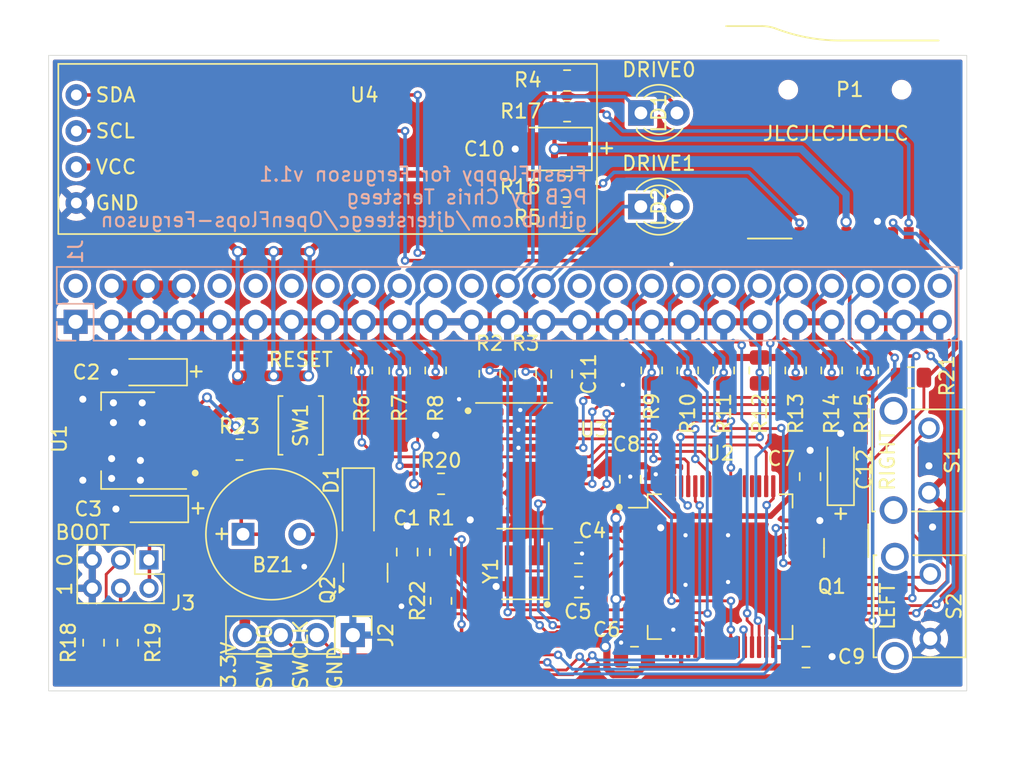
<source format=kicad_pcb>
(kicad_pcb (version 20240108) (generator "pcbnew") (generator_version "8.0")
  (title_block (title "OpenFlops Ferguson") (date "2025-01-10") (rev "1.1") (company "SukkoPera / Chris Tersteeg") (comment 1 "Licensed under CERN OHL v.1.2"))
  (layers (0 "F.Cu" signal) (31 "B.Cu" signal) (34 "B.Paste" user) (35 "F.Paste" user) (36 "B.SilkS" user "B.Silkscreen") (37 "F.SilkS" user "F.Silkscreen") (38 "B.Mask" user) (39 "F.Mask" user) (44 "Edge.Cuts" user))
  (net 0 "")
  (net 1 "GND")
  (net 2 "/nrst")
  (net 3 "+3V3")
  (net 4 "+5V")
  (net 5 "/disp_clk")
  (net 6 "/disp_dio")
  (net 7 "/~{index}")
  (net 8 "/~{sel0}")
  (net 9 "/~{sel1}")
  (net 10 "/~{mtron}")
  (net 11 "/dir")
  (net 12 "/~{step}")
  (net 13 "/~{wdata}")
  (net 14 "/~{wgate}")
  (net 15 "/~{trk0}")
  (net 16 "/~{wprot}")
  (net 17 "/~{rdata}")
  (net 18 "/~{side}")
  (net 19 "/~{rdy}")
  (net 20 "/rx")
  (net 21 "/tx")
  (net 22 "/boot0")
  (net 23 "/ja")
  (net 24 "/jb")
  (net 25 "/jc")
  (net 26 "/usb+")
  (net 27 "/usb-")
  (net 28 "/~{index_3v3}")
  (net 29 "/~{trk0_3v3}")
  (net 30 "/~{wprot_3v3}")
  (net 31 "/~{rdy_3v3}")
  (net 32 "/~{rdata_3v3}")
  (net 33 "/~{dskchg_3v3}")
  (net 34 "Net-(U2-PD0)")
  (net 35 "Net-(U2-PD1)")
  (net 36 "/enc_dt")
  (net 37 "/enc_clk")
  (net 38 "/~{sel2}")
  (net 39 "/boot1")
  (net 43 "/~{sel3}")
  (net 46 "Net-(LD1-A)")
  (net 47 "Net-(LD2-A)")
  (net 48 "Net-(P1-DAT2)")
  (net 49 "/spi_cs")
  (net 50 "/spi_di")
  (net 51 "/spi_clk")
  (net 52 "/spi_do")
  (net 53 "Net-(P1-DAT1)")
  (net 54 "/cd")
  (net 55 "Net-(U2-PC7)")
  (net 56 "Net-(U2-PC8)")
  (net 66 "/swclk")
  (net 72 "/swdio")
  (net 73 "Net-(J3-Pin_3)")
  (net 74 "Net-(J3-Pin_4)")
  (net 76 "Net-(R20-Pad2)")
  (net 77 "/cd_socket")
  (net 78 "Net-(BZ1-+)")
  (net 79 "Net-(BZ1--)")
  (net 80 "Net-(Q2-B)")
  (footprint "Package_TO_SOT_SMD:SOT-23" (layer "F.Cu") (at 176.53 113.9975 -90)
    (property "Reference" "Q1")
    (property "Value" "BSS138")
  )
  (footprint "Capacitor_SMD:C_0805_2012Metric" (layer "F.Cu") (at 161.3 109.15 90)
    (property "Reference" "C8")
    (property "Value" "100n")
  )
  (footprint "Package_SO:SOIC-14_3.9x8.7mm_P1.27mm" (layer "F.Cu") (at 153.859 108.204)
    (property "Reference" "U3")
    (property "Value" "74LS07")
  )
  (footprint "Capacitor_SMD:C_0805_2012Metric" (layer "F.Cu") (at 157.65 114.348)
    (property "Reference" "C4")
    (property "Value" "22p")
  )
  (footprint "Capacitor_Tantalum_SMD:CP_EIA-3216-12_Kemet-S_Pad1.58x1.35mm_HandSolder" (layer "F.Cu") (at 127.5485 101.6 180)
    (property "Reference" "C2")
    (property "Value" "22uf")
  )
  (footprint "Buzzer_Beeper:MagneticBuzzer_PUI_AT-0927-TT-6-R" (layer "F.Cu") (at 133.985 113.03)
    (property "Reference" "BZ1")
    (property "Value" "Buzzer")
  )
  (footprint "Resistor_SMD:R_0805_2012Metric" (layer "F.Cu") (at 162.814 101.473 -90)
    (property "Reference" "R9")
    (property "Value" "1K")
  )
  (footprint "Package_TO_SOT_SMD:SOT-223-3_TabPin2" (layer "F.Cu") (at 125.882 106.426 180)
    (property "Reference" "U1")
    (property "Value" "LM1117-3.3")
  )
  (footprint "Resistor_SMD:R_0805_2012Metric" (layer "F.Cu") (at 151.384 101.711 -90)
    (property "Reference" "R2")
    (property "Value" "1k")
  )
  (footprint "Resistor_SMD:R_0805_2012Metric" (layer "F.Cu") (at 123.444 120.682 90)
    (property "Reference" "R18")
    (property "Value" "10K")
  )
  (footprint "Resistor_SMD:R_0805_2012Metric" (layer "F.Cu") (at 156.8215 88.519)
    (property "Reference" "R16")
    (property "Value" "10K")
  )
  (footprint "Resistor_SMD:R_0805_2012Metric" (layer "F.Cu") (at 170.434 101.473 -90)
    (property "Reference" "R12")
    (property "Value" "1K")
  )
  (footprint "Capacitor_SMD:C_0805_2012Metric" (layer "F.Cu") (at 173.99 108.966 90)
    (property "Reference" "C7")
    (property "Value" "100n")
  )
  (footprint "Resistor_SMD:R_0805_2012Metric" (layer "F.Cu") (at 167.894 101.473 -90)
    (property "Reference" "R11")
    (property "Value" "1K")
  )
  (footprint "Capacitor_SMD:C_0805_2012Metric" (layer "F.Cu") (at 161.6 121.7 180)
    (property "Reference" "C6")
    (property "Value" "100n")
  )
  (footprint "Capacitor_SMD:C_0805_2012Metric" (layer "F.Cu") (at 157.65 116.761)
    (property "Reference" "C5")
    (property "Value" "22p")
  )
  (footprint "Resistor_SMD:R_0805_2012Metric" (layer "F.Cu") (at 156.845 83.185)
    (property "Reference" "R17")
    (property "Value" "10K")
  )
  (footprint "Capacitor_SMD:C_0805_2012Metric" (layer "F.Cu") (at 145.5632 114.2875 90)
    (property "Reference" "C1")
    (property "Value" "100n")
  )
  (footprint "Capacitor_SMD:C_0805_2012Metric" (layer "F.Cu") (at 156.464 101.727 90)
    (property "Reference" "C11")
    (property "Value" "100n")
  )
  (footprint "Resistor_SMD:R_0805_2012Metric" (layer "F.Cu") (at 165.354 101.473 -90)
    (property "Reference" "R10")
    (property "Value" "1K")
  )
  (footprint "Capacitor_Tantalum_SMD:CP_EIA-3216-12_Kemet-S_Pad1.58x1.35mm_HandSolder" (layer "F.Cu") (at 127.635 111.252 180)
    (property "Reference" "C3")
    (property "Value" "22uf")
  )
  (footprint "Capacitor_Tantalum_SMD:CP_EIA-3216-12_Kemet-S_Pad1.58x1.35mm_HandSolder" (layer "F.Cu") (at 176.149 108.4985 90)
    (property "Reference" "C12")
    (property "Value" "22uf")
  )
  (footprint "OpenFlops:PUSH_BUTTON_RIGHT_ANGLE" (layer "F.Cu") (at 182.372 107.823 90)
    (property "Reference" "S1")
    (property "Value" "RIGHT")
  )
  (footprint "Connector_PinHeader_2.54mm:PinHeader_1x04_P2.54mm_Vertical" (layer "F.Cu") (at 141.732 120.142 -90)
    (property "Reference" "J2")
    (property "Value" "SWD")
  )
  (footprint "Resistor_SMD:R_0805_2012Metric" (layer "F.Cu") (at 142.367 101.473 -90)
    (property "Reference" "R6")
    (property "Value" "1K")
  )
  (footprint "Resistor_SMD:R_0805_2012Metric" (layer "F.Cu") (at 147.955 117.729 -90)
    (property "Reference" "R22")
    (property "Value" "1K")
  )
  (footprint "LED_THT:LED_D3.0mm" (layer "F.Cu") (at 162.052 83.312)
    (property "Reference" "LD1")
    (property "Value" "DRIVE0")
  )
  (footprint "Resistor_SMD:R_0805_2012Metric" (layer "F.Cu") (at 178.054 101.473 -90)
    (property "Reference" "R15")
    (property "Value" "1K")
  )
  (footprint "Resistor_SMD:R_0805_2012Metric" (layer "F.Cu") (at 147.955 109.474)
    (property "Reference" "R20")
    (property "Value" "10K")
  )
  (footprint "Package_TO_SOT_SMD:SOT-23" (layer "F.Cu") (at 142.621 115.7455 90)
    (property "Reference" "Q2")
    (property "Value" "MMBT3904")
  )
  (footprint "Button_Switch_SMD:SW_Push_SPST_NO_Alps_SKRK" (layer "F.Cu") (at 138.049 105.351 90)
    (property "Reference" "SW1")
    (property "Value" "RESET")
  )
  (footprint "Capacitor_SMD:C_0805_2012Metric" (layer "F.Cu") (at 173.7 121.7)
    (property "Reference" "C9")
    (property "Value" "100n")
  )
  (footprint "Resistor_SMD:R_0805_2012Metric" (layer "F.Cu") (at 156.845 81.026 180)
    (property "Reference" "R4")
    (property "Value" "1k")
  )
  (footprint "Resistor_SMD:R_0805_2012Metric" (layer "F.Cu") (at 172.974 101.473 -90)
    (property "Reference" "R13")
    (property "Value" "1K")
  )
  (footprint "Resistor_SMD:R_0805_2012Metric" (layer "F.Cu") (at 175.514 101.473 -90)
    (property "Reference" "R14")
    (property "Value" "1K")
  )
  (footprint "Resistor_SMD:R_0805_2012Metric" (layer "F.Cu") (at 133.731 107.061)
    (property "Reference" "R23")
    (property "Value" "22")
  )
  (footprint "OpenFlops:PUSH_BUTTON_RIGHT_ANGLE" (layer "F.Cu") (at 182.467 118.11 90)
    (property "Reference" "S2")
    (property "Value" "LEFT")
  )
  (footprint "Tersteeg:OLED-0.91-128x32" (layer "F.Cu") (at 122.224 82.042)
    (property "Reference" "U4")
    (property "Value" "OLED-0.91-128x32")
  )
  (footprint "Package_QFP:LQFP-64_10x10mm_P0.5mm" (layer "F.Cu") (at 167.64 115.316)
    (property "Reference" "U2")
    (property "Value" "AT32F435RGT7")
  )
  (footprint "Capacitor_Tantalum_SMD:CP_EIA-3528-12_Kemet-T_Pad1.50x2.35mm_HandSolder" (layer "F.Cu") (at 155.956 85.852 180)
    (property "Reference" "C10")
    (property "Value" "47uf")
  )
  (footprint "ST-TF-003A:SUNTECH_ST-TF-003A" (layer "F.Cu") (at 176.764 86.84 180)
    (property "Reference" "P1")
    (property "Value" "ST-TF-003A")
  )
  (footprint "Resistor_SMD:R_0805_2012Metric" (layer "F.Cu") (at 153.924 101.711 -90)
    (property "Reference" "R3")
    (property "Value" "1k")
  )
  (footprint "Resistor_SMD:R_0805_2012Metric" (layer "F.Cu") (at 156.8215 90.678 180)
    (property "Reference" "R5")
    (property "Value" "1k")
  )
  (footprint "Resistor_SMD:R_0805_2012Metric" (layer "F.Cu") (at 145.034 101.4965 -90)
    (property "Reference" "R7")
    (property "Value" "1K")
  )
  (footprint "Diode_SMD:D_MiniMELF" (layer "F.Cu") (at 142.113 111.026 -90)
    (property "Reference" "D1")
    (property "Value" "LL4148")
  )
  (footprint "LED_THT:LED_D3.0mm" (layer "F.Cu") (at 162.047 89.916)
    (property "Reference" "LD2")
    (property "Value" "DRIVE1")
  )
  (footprint "Connector_PinHeader_2.00mm:PinHeader_2x03_P2.00mm_Vertical" (layer "F.Cu") (at 127.349 114.84 -90)
    (property "Reference" "J3")
    (property "Value" "BOOT 1/0")
  )
  (footprint "Resistor_SMD:R_0805_2012Metric" (layer "F.Cu") (at 147.9 114.2875 -90)
    (property "Reference" "R1")
    (property "Value" "4k7")
  )
  (footprint "Resistor_SMD:R_0805_2012Metric" (layer "F.Cu") (at 125.857 120.682 -90)
    (property "Reference" "R19")
    (property "Value" "10K")
  )
  (footprint "Resistor_SMD:R_0805_2012Metric" (layer "F.Cu") (at 181.102 101.981)
    (property "Reference" "R21")
    (property "Value" "10K")
  )
  (footprint "Crystal:Crystal_SMD_Abracon_ABM8G-4Pin_3.2x2.5mm" (layer "F.Cu") (at 153.901 115.618 90)
    (property "Reference" "Y1")
    (property "Value" "8MHz")
  )
  (footprint "Resistor_SMD:R_0805_2012Metric" (layer "F.Cu") (at 147.574 101.473 -90)
    (property "Reference" "R8")
    (property "Value" "1K")
  )
  (footprint "Connector_PinSocket_2.54mm:PinSocket_2x25_P2.54mm_Vertical" (layer "B.Cu") (at 122.174 98.044 -90)
    (property "Reference" "J1")
    (property "Value" "Conn_02x25_Odd_Even")
  )
  (gr_circle (center 160.528 111.125) (end 160.707605 111.125) (stroke (width 0.12)) (fill solid) (layer "F.SilkS"))
  (gr_circle (center 155.448 117.983) (end 155.627605 117.983) (stroke (width 0.12)) (fill solid) (layer "F.SilkS"))
  (gr_circle (center 149.86 104.319605) (end 150.039605 104.319605) (stroke (width 0.12)) (fill solid) (layer "F.SilkS"))
  (gr_circle (center 130.608605 108.712) (end 130.78821 108.712) (stroke (width 0.12)) (fill solid) (layer "F.SilkS"))
  (gr_rect (start 120.269 79.248) (end 185.039 124.079) (stroke (width 0.05)) (fill none) (layer "Edge.Cuts"))
  (gr_text "FlashFloppy for Ferguson v1.1\nPCB by Chris Tersteeg\ngithub.com/djtersteegc/OpenFlops-Ferguson" (at 158.369 91.44 0) (layer "B.SilkS") (effects (font (size 1 1)) (justify left bottom mirror)))
  (gr_text "JLCJLCJLCJLC" (at 170.561 85.344 0) (layer "F.SilkS") (effects (font (size 1 1)) (justify left bottom)))
  (gr_text "+" (at 176.149 111.506 0) (layer "F.SilkS") (effects (font (size 1 1))))
  (gr_text "3.3V" (at 132.969 123.952 90) (layer "F.SilkS") (effects (font (size 1 1)) (justify left)))
  (gr_text "SWCLK" (at 138.049 124.079 90) (layer "F.SilkS") (effects (font (size 1 1)) (justify left)))
  (gr_text "GND" (at 140.462 124.079 90) (layer "F.SilkS") (effects (font (size 1 1)) (justify left)))
  (gr_text "1" (at 121.412 116.872 90) (layer "F.SilkS") (effects (font (size 1 1))))
  (gr_text "+" (at 159.639 85.725 0) (layer "F.SilkS") (effects (font (size 1 1))))
  (gr_text "0" (at 121.412 114.84 90) (layer "F.SilkS") (effects (font (size 1 1))))
  (gr_text "SWDIO" (at 135.509 124.079 90) (layer "F.SilkS") (effects (font (size 1 1)) (justify left)))
  (gr_text "+" (at 130.683 101.473 0) (layer "F.SilkS") (effects (font (size 1 1))))
  (gr_text "+" (at 130.81 111.125 0) (layer "F.SilkS") (effects (font (size 1 1))))
  (gr_text "BOOT" (at 122.682 112.903 0) (layer "F.SilkS") (effects (font (size 1 1))))
  (segment (start 161.3 108.966) (end 161.3 108.2) (width 0.75) (layer "F.Cu") (net 1))
  (segment (start 174.6758 112.0648) (end 174.6746 112.066) (width 0.3) (layer "F.Cu") (net 1))
  (segment (start 176.149 105.918) (end 176.149 107.061) (width 0.75) (layer "F.Cu") (net 1))
  (segment (start 161.965 112.566) (end 163.4422 112.566) (width 0.3) (layer "F.Cu") (net 1))
  (segment (start 175.5394 121.666) (end 174.684 121.666) (width 0.75) (layer "F.Cu") (net 1))
  (segment (start 125.0188 111.252) (end 126.1975 111.252) (width 0.75) (layer "F.Cu") (net 1))
  (segment (start 157.9 114.4) (end 158.548 114.4) (width 0.75) (layer "F.Cu") (net 1))
  (segment (start 150.0124 112.014) (end 151.384 112.014) (width 0.5) (layer "F.Cu") (net 1))
  (segment (start 151.8412 116.713) (end 153.046 116.713) (width 0.75) (layer "F.Cu") (net 1))
  (segment (start 161.965 113.066) (end 162.9558 113.066) (width 0.3) (layer "F.Cu") (net 1))
  (segment (start 174.6746 112.066) (end 173.315 112.066) (width 0.3) (layer "F.Cu") (net 1))
  (segment (start 157.9 116.8) (end 158.561 116.8) (width 0.75) (layer "F.Cu") (net 1))
  (segment (start 178.7398 90.9574) (end 178.7398 92.1658) (width 0.5) (layer "F.Cu") (net 1))
  (segment (start 160.655 120.6754) (end 160.655 121.695) (width 0.75) (layer "F.Cu") (net 1))
  (segment (start 162.9558 113.066) (end 163.449 112.5728) (width 0.3) (layer "F.Cu") (net 1))
  (segment (start 173.99 107.1118) (end 173.99 108.016) (width 0.75) (layer "F.Cu") (net 1))
  (segment (start 153.1874 85.852) (end 154.331 85.852) (width 0.75) (layer "F.Cu") (net 1))
  (segment (start 145.5674 112.4458) (end 145.5674 113.3333) (width 0.75) (layer "F.Cu") (net 1))
  (segment (start 124.9172 101.6) (end 126.111 101.6) (width 0.75) (layer "F.Cu") (net 1))
  (segment (start 161.965 112.066) (end 162.9422 112.066) (width 0.3) (layer "F.Cu") (net 1))
  (segment (start 163.4422 112.566) (end 163.449 112.5728) (width 0.3) (layer "F.Cu") (net 1))
  (segment (start 162.9422 112.066) (end 163.449 112.5728) (width 0.3) (layer "F.Cu") (net 1))
  (via (at 125.0188 111.252) (size 0.8) (drill 0.5) (layers "F.Cu" "B.Cu") (net 1))
  (via (at 165.2 116.6) (size 0.6) (drill 0.3) (layers "F.Cu" "B.Cu") (net 1))
  (via (at 151.8412 116.713) (size 0.8) (drill 0.5) (layers "F.Cu" "B.Cu") (net 1))
  (via (at 124.9172 101.6) (size 0.8) (drill 0.5) (layers "F.Cu" "B.Cu") (net 1))
  (via (at 160.782 102.489) (size 0.6) (drill 0.3) (layers "F.Cu" "B.Cu") (net 1))
  (via (at 124.841 105.156) (size 0.8) (drill 0.5) (layers "F.Cu" "B.Cu") (net 1))
  (via (at 153.543 104.267) (size 0.6) (drill 0.3) (layers "F.Cu" "B.Cu") (net 1))
  (via (at 157.9 114.4) (size 0.6) (drill 0.3) (layers "F.Cu" "B.Cu") (net 1))
  (via (at 160.655 120.6754) (size 0.6) (drill 0.3) (layers "F.Cu" "B.Cu") (net 1))
  (via (at 168.2 113.1) (size 0.6) (drill 0.3) (layers "F.Cu" "B.Cu") (net 1))
  (via (at 174.6758 112.0648) (size 0.8) (drill 0.5) (layers "F.Cu" "B.Cu") (net 1))
  (via (at 164.211 93.98) (size 0.6) (drill 0.3) (layers "F.Cu" "B.Cu") (net 1))
  (via (at 124.841 103.759) (size 0.8) (drill 0.5) (layers "F.Cu" "B.Cu") (net 1))
  (via (at 147.574 106.045) (size 0.8) (drill 0.5) (layers "F.Cu" "B.Cu") (net 1))
  (via (at 161.3 108.966) (size 0.6) (drill 0.3) (layers "F.Cu" "B.Cu") (net 1))
  (via (at 164.338 119.761) (size 0.6) (drill 0.3) (layers "F.Cu" "B.Cu") (net 1))
  (via (at 157.9 116.8) (size 0.6) (drill 0.3) (layers "F.Cu" "B.Cu") (net 1))
  (via (at 122.682 109.22) (size 0.8) (drill 0.5) (layers "F.Cu" "B.Cu") (net 1))
  (via (at 175.5394 121.666) (size 0.8) (drill 0.5) (layers "F.Cu" "B.Cu") (net 1))
  (via (at 176.149 105.918) (size 0.8) (drill 0.5) (layers "F.Cu" "B.Cu") (net 1))
  (via (at 153.1874 85.852) (size 0.8) (drill 0.5) (layers "F.Cu" "B.Cu") (net 1))
  (via (at 126.746 107.823) (size 0.8) (drill 0.5) (layers "F.Cu" "B.Cu") (net 1))
  (via (at 163.449 112.5728) (size 0.8) (drill 0.5) (layers "F.Cu" "B.Cu") (net 1))
  (via (at 153.416 106.934) (size 0.6) (drill 0.3) (layers "F.Cu" "B.Cu") (net 1))
  (via (at 138.303 115.316) (size 0.7) (drill 0.4) (layers "F.Cu" "B.Cu") (net 1))
  (via (at 182.626 112.522) (size 0.8) (drill 0.5) (layers "F.Cu" "B.Cu") (net 1))
  (via (at 126.746 109.22) (size 0.8) (drill 0.5) (layers "F.Cu" "B.Cu") (net 1))
  (via (at 149.225 103.505) (size 0.6) (drill 0.3) (layers "F.Cu" "B.Cu") (net 1))
  (via (at 145.161 118.11) (size 0.7) (drill 0.4) (layers "F.Cu" "B.Cu") (net 1))
  (via (at 168.2 116.4) (size 0.6) (drill 0.3) (layers "F.Cu" "B.Cu") (net 1))
  (via (at 150.0124 112.014) (size 0.8) (drill 0.5) (layers "F.Cu" "B.Cu") (net 1))
  (via (at 173.99 107.1118) (size 0.8) (drill 0.5) (layers "F.Cu" "B.Cu") (net 1))
  (via (at 145.5674 112.4458) (size 0.8) (drill 0.5) (layers "F.Cu" "B.Cu") (net 1))
  (via (at 182.372 108.204) (size 0.8) (drill 0.5) (layers "F.Cu" "B.Cu") (net 1))
  (via (at 163.1 108.8) (size 0.6) (drill 0.3) (layers "F.Cu" "B.Cu") (net 1))
  (via (at 122.682 103.505) (size 0.8) (drill 0.5) (layers "F.Cu" "B.Cu") (net 1))
  (via (at 126.873 103.759) (size 0.8) (drill 0.5) (layers "F.Cu" "B.Cu") (net 1))
  (via (at 126.873 105.156) (size 0.8) (drill 0.5) (layers "F.Cu" "B.Cu") (net 1))
  (via (at 178.7398 90.9574) (size 0.8) (drill 0.5) (layers "F.Cu" "B.Cu") (net 1))
  (via (at 165.2 113.1) (size 0.6) (drill 0.3) (layers "F.Cu" "B.Cu") (net 1))
  (via (at 124.714 109.093) (size 0.8) (drill 0.5) (layers "F.Cu" "B.Cu") (net 1))
  (via (at 153.416 105.664) (size 0.6) (drill 0.3) (layers "F.Cu" "B.Cu") (net 1))
  (via (at 124.714 107.696) (size 0.8) (drill 0.5) (layers "F.Cu" "B.Cu") (net 1))
  (segment (start 142.63 107.451) (end 138.049 107.451) (width 0.2) (layer "F.Cu") (net 2))
  (segment (start 161.234 114.566) (end 159.6 116.2) (width 0.2) (layer "F.Cu") (net 2))
  (segment (start 144.272 113.9463) (end 144.272 109.093) (width 0.2) (layer "F.Cu") (net 2))
  (segment (start 161.965 114.566) (end 161.234 114.566) (width 0.2) (layer "F.Cu") (net 2))
  (segment (start 144.272 109.093) (end 142.63 107.451) (width 0.2) (layer "F.Cu") (net 2))
  (segment (start 159.6 116.2) (end 159.6 117.9) (width 0.2) (layer "F.Cu") (net 2))
  (segment (start 159.6 117.9) (end 159.5 118) (width 0.2) (layer "F.Cu") (net 2))
  (segment (start 147.9 115.2) (end 145.6007 115.2) (width 0.2) (layer "F.Cu") (net 2))
  (segment (start 159.5 118) (end 150.7 118) (width 0.2) (layer "F.Cu") (net 2))
  (segment (start 145.5632 115.2375) (end 144.272 113.9463) (width 0.2) (layer "F.Cu") (net 2))
  (segment (start 150.7 118) (end 147.9 115.2) (width 0.2) (layer "F.Cu") (net 2))
  (segment (start 162.428339 110.022) (end 164.154339 111.748) (width 0.4) (layer "F.Cu") (net 3))
  (segment (start 147.9 113.375) (end 149.375 113.375) (width 0.2) (layer "F.Cu") (net 3))
  (segment (start 176.149 109.936) (end 176.149 109.1485) (width 0.25) (layer "F.Cu") (net 3))
  (segment (start 134.112 118.364) (end 132.334 118.364) (width 0.75) (layer "F.Cu") (net 3))
  (segment (start 159.543904 120.9495) (end 159.65 121.055596) (width 0.5) (layer "F.Cu") (net 3))
  (segment (start 155.956 85.852) (end 155.956 81.242334) (width 0.3) (layer "F.Cu") (net 3))
  (segment (start 129.0725 111.252) (end 130.683 111.252) (width 0.75) (layer "F.Cu") (net 3))
  (segment (start 129.0725 111.252) (end 127.381 112.9435) (width 0.25) (layer "F.Cu") (net 3))
  (segment (start 128.372 106.426) (end 122.072 106.426) (width 0.75) (layer "F.Cu") (net 3))
  (segment (start 172.041 120.991) (end 172.75 121.7) (width 0.3) (layer "F.Cu") (net 3))
  (segment (start 130.683 107.569) (end 129.54 106.426) (width 0.75) (layer "F.Cu") (net 3))
  (segment (start 149.4 119.38) (end 149.4 120.571) (width 0.25) (layer "F.Cu") (net 3))
  (segment (start 173.99 110.0035) (end 173.99 110.891) (width 0.4) (layer "F.Cu") (net 3))
  (segment (start 155.956 85.852) (end 155.956 90.377) (width 0.3) (layer "F.Cu") (net 3))
  (segment (start 138.684 93.091) (end 136.144 93.091) (width 0.5) (layer "F.Cu") (net 3))
  (segment (start 162.2 122.4) (end 172.4725 122.4) (width 0.5) (layer "F.Cu") (net 3))
  (segment (start 129.54 106.426) (end 128.372 106.426) (width 0.75) (layer "F.Cu") (net 3))
  (segment (start 133.604 93.091) (end 136.144 93.091) (width 0.5) (layer "F.Cu") (net 3))
  (segment (start 172.4725 122.4) (end 172.9525 121.92) (width 0.5) (layer "F.Cu") (net 3))
  (segment (start 159.65 122.48566) (end 160.10034 122.936) (width 0.5) (layer "F.Cu") (net 3))
  (segment (start 178.435 103.7355) (end 180.1895 101.981) (width 0.25) (layer "F.Cu") (net 3))
  (segment (start 161.671 109.728) (end 161.965 110.022) (width 0.5) (layer "F.Cu") (net 3))
  (segment (start 171.39 120.991) (end 172.041 120.991) (width 0.3) (layer "F.Cu") (net 3))
  (segment (start 171.208 111.748) (end 172.9525 110.0035) (width 0.4) (layer "F.Cu") (net 3))
  (segment (start 160.3 111.099) (end 161.671 109.728) (width 0.5) (layer "F.Cu") (net 3))
  (segment (start 155.956 85.852) (end 155.956 86.995) (width 0.5) (layer "F.Cu") (net 3))
  (segment (start 176.53 90.9828) (end 176.53 92.156) (width 0.5) (layer "F.Cu") (net 3))
  (segment (start 164.154339 111.748) (end 171.208 111.748) (width 0.4) (layer "F.Cu") (net 3))
  (segment (start 164.89 120.991) (end 164.89 122.21) (width 0.3) (layer "F.Cu") (net 3))
  (segment (start 159.543904 120.9495) (end 159.244404 120.65) (width 0.75) (layer "F.Cu") (net 3))
  (segment (start 161.664 122.936) (end 162.2 122.4) (width 0.5) (layer "F.Cu") (net 3))
  (segment (start 145.542 120.65) (end 143.256 118.364) (width 0.75) (layer "F.Cu") (net 3))
  (segment (start 149.479 120.65) (end 145.542 120.65) (width 0.75) (layer "F.Cu") (net 3))
  (segment (start 178.435 106.8625) (end 178.435 103.7355) (width 0.25) (layer "F.Cu") (net 3))
  (segment (start 160.3 111.8) (end 160.3 111.099) (width 0.5) (layer "F.Cu") (net 3))
  (segment (start 173.99 110.891) (end 173.415 111.466) (width 0.4) (layer "F.Cu") (net 3))
  (segment (start 133.604 103.124) (end 130.302 106.426) (width 0.75) (layer "F.Cu") (net 3))
  (segment (start 132.334 118.364) (end 130.683 116.713) (width 0.75) (layer "F.Cu") (net 3))
  (segment (start 161.965 110.022) (end 162.428339 110.022) (width 0.4) (layer "F.Cu") (net 3))
  (segment (start 160.10034 122.936) (end 161.664 122.936) (width 0.5) (layer "F.Cu") (net 3))
  (segment (start 159.244404 120.65) (end 149.479 120.65) (width 0.75) (layer "F.Cu") (net 3))
  (segment (start 127.381 112.9435) (end 127.381 116.808) (width 0.25) (layer "F.Cu") (net 3))
  (segment (start 161.965 117.566) (end 160.334 117.566) (width 0.3) (layer "F.Cu") (net 3))
  (segment (start 138.6005 101.854) (end 136.144 101.854) (width 0.75) (layer "F.Cu") (net 3))
  (segment (start 171.39 120.991) (end 172.0235 120.991) (width 0.2) (layer "F.Cu") (net 3))
  (segment (start 176.149 109.1485) (end 178.435 106.8625) (width 0.25) (layer "F.Cu") (net 3))
  (segment (start 130.302 106.426) (end 129.032 106.426) (width 0.75) (layer "F.Cu") (net 3))
  (segment (start 149.375 113.375) (end 149.4 113.4) (width 0.2) (layer "F.Cu") (net 3))
  (segment (start 172.9525 110.0035) (end 173.99 110.0035) (width 0.4) (layer "F.Cu") (net 3))
  (segment (start 155.956 85.852) (end 157.581 85.852) (width 0.75) (layer "F.Cu") (net 3))
  (segment (start 127.635 87.122) (end 122.224 87.122) (width 0.5) (layer "F.Cu") (net 3))
  (segment (start 161.671 109.728) (end 163.74 109.728) (width 0.5) (layer "F.Cu") (net 3))
  (segment (start 160.334 117.566) (end 160.3 117.6) (width 0.3) (layer "F.Cu") (net 3))
  (segment (start 159.65 121.055596) (end 159.65 122.48566) (width 0.5) (layer "F.Cu") (net 3))
  (segment (start 133.604 101.854) (end 133.604 103.124) (width 0.75) (layer "F.Cu") (net 3))
  (segment (start 173.99 109.916) (end 176.129 109.916) (width 0.75) (layer "F.Cu") (net 3))
  (segment (start 133.604 93.091) (end 127.635 87.122) (width 0.5) (layer "F.Cu") (net 3))
  (segment (start 133.604 101.854) (end 136.144 101.854) (width 0.75) (layer "F.Cu") (net 3))
  (segment (start 144.145 87.63) (end 138.684 93.091) (width 0.5) (layer "F.Cu") (net 3))
  (segment (start 155.956 86.995) (end 155.321 87.63) (width 0.5) (layer "F.Cu") (net 3))
  (segment (start 130.683 111.252) (end 130.683 107.569) (width 0.75) (layer "F.Cu") (net 3))
  (segment (start 172.0235 120.991) (end 172.9525 121.92) (width 0.2) (layer "F.Cu") (net 3))
  (segment (start 129.032 106.426) (end 122.732 106.426) (width 0.75) (layer "F.Cu") (net 3))
  (segment (start 163.74 109.728) (end 163.74 109.641) (width 0.5) (layer "F.Cu") (net 3))
  (segment (start 149.4 120.571) (end 149.479 120.65) (width 0.25) (layer "F.Cu") (net 3))
  (segment (start 161.965 110.022) (end 161.965 111.416) (width 0.5) (layer "F.Cu") (net 3))
  (segment (start 134.112 120.142) (end 134.112 118.364) (width 0.75) (layer "F.Cu") (net 3))
  (segment (start 155.321 87.63) (end 144.145 87.63) (width 0.5) (layer "F.Cu") (net 3))
  (segment (start 130.683 116.713) (end 130.683 111.252) (width 0.75) (layer "F.Cu") (net 3))
  (segment (start 143.256 118.364) (end 134.112 118.364) (width 0.75) (layer "F.Cu") (net 3))
  (via (at 138.684 93.091) (size 0.8) (drill 0.5) (layers "F.Cu" "B.Cu") (net 3))
  (via (at 160.3 111.9) (size 0.8) (drill 0.5) (layers "F.Cu" "B.Cu") (net 3))
  (via (at 136.144 93.091) (size 0.8) (drill 0.5) (layers "F.Cu" "B.Cu") (net 3))
  (via (at 176.53 90.9828) (size 0.8) (drill 0.5) (layers "F.Cu" "B.Cu") (net 3))
  (via (at 138.6005 101.854) (size 0.8) (drill 0.5) (layers "F.Cu" "B.Cu") (net 3))
  (via (at 149.4 113.4) (size 0.6) (drill 0.3) (layers "F.Cu" "B.Cu") (net 3))
  (via (at 136.144 101.854) (size 0.8) (drill 0.5) (layers "F.Cu" "B.Cu") (net 3))
  (via (at 155.956 85.852) (size 0.8) (drill 0.5) (layers "F.Cu" "B.Cu") (net 3))
  (via (at 133.604 101.854) (size 0.8) (drill 0.5) (layers "F.Cu" "B.Cu") (net 3))
  (via (at 133.604 93.091) (size 0.8) (drill 0.5) (layers "F.Cu" "B.Cu") (net 3))
  (via (at 160.3 117.6) (size 0.8) (drill 0.5) (layers "F.Cu" "B.Cu") (net 3))
  (via (at 159.543904 120.9495) (size 0.8) (drill 0.5) (layers "F.Cu" "B.Cu") (net 3))
  (via (at 149.4 119.38) (size 0.6) (drill 0.3) (layers "F.Cu" "B.Cu") (net 3))
  (segment (start 160.3 117.6) (end 160.3 119.7305) (width 0.5) (layer "B.Cu") (net 3))
  (segment (start 176.53 89.027) (end 176.53 90.9828) (width 0.5) (layer "B.Cu") (net 3))
  (segment (start 136.124 93.111) (end 136.144 93.091) (width 0.3) (layer "B.Cu") (net 3))
  (segment (start 160.3 117.6) (end 160.3 111.9) (width 0.5) (layer "B.Cu") (net 3))
  (segment (start 136.144 101.854) (end 136.124 101.834) (width 0.3) (layer "B.Cu") (net 3))
  (segment (start 173.355 85.852) (end 176.53 89.027) (width 0.5) (layer "B.Cu") (net 3))
  (segment (start 136.124 101.834) (end 136.124 93.111) (width 0.3) (layer "B.Cu") (net 3))
  (segment (start 159.543904 120.486596) (end 159.543904 120.9495) (width 0.5) (layer "B.Cu") (net 3))
  (segment (start 133.604 101.854) (end 133.604 93.091) (width 0.3) (layer "B.Cu") (net 3))
  (segment (start 155.956 85.852) (end 173.355 85.852) (width 0.5) (layer "B.Cu") (net 3))
  (segment (start 149.4 113.4) (end 149.4 119.38) (width 0.2) (layer "B.Cu") (net 3))
  (segment (start 138.684 101.7705) (end 138.684 93.0475) (width 0.3) (layer "B.Cu") (net 3))
  (segment (start 160.3 119.7305) (end 159.543904 120.486596) (width 0.5) (layer "B.Cu") (net 3))
  (segment (start 138.6005 101.854) (end 138.684 101.7705) (width 0.3) (layer "B.Cu") (net 3))
  (segment (start 147.6775 100.5605) (end 146.304 100.5605) (width 0.5) (layer "F.Cu") (net 4))
  (segment (start 128.524 96.774) (end 128.524 99.695) (width 0.3) (layer "F.Cu") (net 4))
  (segment (start 128.397 96.647) (end 128.651 96.647) (width 0.75) (layer "F.Cu") (net 4))
  (segment (start 147.0425 109.474) (end 146.05 109.474) (width 0.2) (layer "F.Cu") (net 4))
  (segment (start 131.084 96.794) (end 131.084 99.695) (width 0.3) (layer "F.Cu") (net 4))
  (segment (start 125.4125 96.2025) (end 126.5555 96.2025) (width 0.75) (layer "F.Cu") (net 4))
  (segment (start 125.4125 96.2025) (end 125.7935 96.5835) (width 0.75) (layer "F.Cu") (net 4))
  (segment (start 129.032 96.266) (end 129.794 95.504) (width 0.75) (layer "F.Cu") (net 4))
  (segment (start 125.7935 96.5835) (end 126.1745 96.5835) (width 0.75) (layer "F.Cu") (net 4))
  (segment (start 130.937 100.584) (end 142.3435 100.584) (width 0.5) (layer "F.Cu") (net 4))
  (segment (start 128.986 101.6) (end 128.986 104.08) (width 0.75) (layer "F.Cu") (net 4))
  (segment (start 156.464 102.677) (end 156.464 104.264) (width 0.25) (layer "F.Cu") (net 4))
  (segment (start 130.697 104.126) (end 131.445 103.378) (width 0.25) (layer "F.Cu") (net 4))
  (segment (start 124.714 95.504) (end 125.984 96.774) (width 0.3) (layer "F.Cu") (net 4))
  (segment (start 126.5555 96.2025) (end 126.6825 96.0755) (width 0.75) (layer "F.Cu") (net 4))
  (segment (start 146.304 100.5605) (end 142.367 100.5605) (width 0.5) (layer "F.Cu") (net 4))
  (segment (start 132.842 106.045) (end 132.842 107.0375) (width 0.25) (layer "F.Cu") (net 4))
  (segment (start 129.794 95.504) (end 131.084 96.794) (width 0.3) (layer "F.Cu") (net 4))
  (segment (start 128.986 101.6) (end 130.683 101.6) (width 0.75) (layer "F.Cu") (net 4))
  (segment (start 126.6825 96.0755) (end 127.254 95.504) (width 0.75) (layer "F.Cu") (net 4))
  (segment (start 128.986 100.157) (end 128.524 99.695) (width 0.75) (layer "F.Cu") (net 4))
  (segment (start 128.504 96.794) (end 129.794 95.504) (width 0.3) (layer "F.Cu") (net 4))
  (segment (start 160.8055 100.5605) (end 158.623 102.743) (width 0.5) (layer "F.Cu") (net 4))
  (segment (start 126.1745 96.5835) (end 126.6825 96.0755) (width 0.75) (layer "F.Cu") (net 4))
  (segment (start 146.304 106.68) (end 146.304 100.5605) (width 0.2) (layer "F.Cu") (net 4))
  (segment (start 178.054 100.5605) (end 160.8055 100.5605) (width 0.5) (layer "F.Cu") (net 4))
  (segment (start 129.372 101.6) (end 129.032 101.94) (width 0.75) (layer "F.Cu") (net 4))
  (segment (start 133.477 105.41) (end 132.842 106.045) (width 0.25) (layer "F.Cu") (net 4))
  (segment (start 128.397 96.647) (end 128.524 96.774) (width 0.3) (layer "F.Cu") (net 4))
  (segment (start 127.254 95.504) (end 128.397 96.647) (width 0.75) (layer "F.Cu") (net 4))
  (segment (start 125.984 96.774) (end 125.984 99.695) (width 0.3) (layer "F.Cu") (net 4))
  (segment (start 124.714 95.504) (end 125.4125 96.2025) (width 0.75) (layer "F.Cu") (net 4))
  (segment (start 124.714 95.504) (end 129.794 95.504) (width 0.75) (layer "F.Cu") (net 4))
  (segment (start 126.004 96.754) (end 126.1745 96.5835) (width 0.3) (layer "F.Cu") (net 4))
  (segment (start 129.032 104.126) (end 130.697 104.126) (width 0.25) (layer "F.Cu") (net 4))
  (segment (start 149.86 102.743) (end 147.6775 100.5605) (width 0.5) (layer "F.Cu") (net 4))
  (segment (start 128.016 96.266) (end 129.032 96.266) (width 0.75) (layer "F.Cu") (net 4))
  (segment (start 128.986 101.6) (end 128.986 100.157) (width 0.75) (layer "F.Cu") (net 4))
  (segment (start 127.254 95.504) (end 128.016 96.266) (width 0.75) (layer "F.Cu") (net 4))
  (segment (start 158.623 102.743) (end 149.86 102.743) (width 0.5) (layer "F.Cu") (net 4))
  (segment (start 146.177 106.807) (end 146.304 106.68) (width 0.2) (layer "F.Cu") (net 4))
  (segment (start 128.651 96.647) (end 129.032 96.266) (width 0.75) (layer "F.Cu") (net 4))
  (via (at 131.445 103.378) (size 0.7) (drill 0.4) (layers "F.Cu" "B.Cu") (net 4))
  (via (at 133.477 105.41) (size 0.7) (drill 0.4) (layers "F.Cu" "B.Cu") (net 4))
  (via (at 146.05 109.474) (size 0.7) (drill 0.4) (layers "F.Cu" "B.Cu") (net 4))
  (via (at 146.177 106.807) (size 0.7) (drill 0.4) (layers "F.Cu" "B.Cu") (net 4))
  (segment (start 131.445 103.378) (end 133.477 105.41) (width 0.25) (layer "B.Cu") (net 4))
  (segment (start 146.05 109.474) (end 146.05 106.934) (width 0.2) (layer "B.Cu") (net 4))
  (segment (start 146.05 106.934) (end 146.177 106.807) (width 0.2) (layer "B.Cu") (net 4))
  (segment (start 145.415 84.582) (end 122.224 84.582) (width 0.25) (layer "F.Cu") (net 5))
  (segment (start 169.545 118.6) (end 169.545 119.109291) (width 0.2) (layer "F.Cu") (net 5))
  (segment (start 168.91 99.441) (end 159.512 99.441) (width 0.25) (layer "F.Cu") (net 5))
  (segment (start 169.545 119.109291) (end 169.89 119.454291) (width 0.2) (layer "F.Cu") (net 5))
  (segment (start 159.004 94.234) (end 158.496 93.726) (width 0.25) (layer "F.Cu") (net 5))
  (segment (start 169.164 99.695) (end 168.91 99.441) (width 0.25) (layer "F.Cu") (net 5))
  (segment (start 159.512 99.441) (end 159.004 98.933) (width 0.25) (layer "F.Cu") (net 5))
  (segment (start 158.496 93.726) (end 145.415 93.726) (width 0.25) (layer "F.Cu") (net 5))
  (segment (start 159.004 98.933) (end 159.004 94.234) (width 0.25) (layer "F.Cu") (net 5))
  (segment (start 169.89 119.454291) (end 169.89 120.991) (width 0.2) (layer "F.Cu") (net 5))
  (via (at 169.164 99.695) (size 0.6) (drill 0.3) (layers "F.Cu" "B.Cu") (net 5))
  (via (at 145.415 84.582) (size 0.6) (drill 0.3) (layers "F.Cu" "B.Cu") (net 5))
  (via (at 145.415 93.726) (size 0.6) (drill 0.3) (layers "F.Cu" "B.Cu") (net 5))
  (via (at 169.545 118.6) (size 0.6) (drill 0.3) (layers "F.Cu" "B.Cu") (net 5))
  (segment (start 169.164 104.902) (end 169.164 99.695) (width 0.2) (layer "B.Cu") (net 5))
  (segment (start 145.415 93.726) (end 145.415 84.582) (width 0.25) (layer "B.Cu") (net 5))
  (segment (start 169.545 118.6) (end 169.545 105.283) (width 0.2) (layer "B.Cu") (net 5))
  (segment (start 169.545 105.283) (end 169.164 104.902) (width 0.2) (layer "B.Cu") (net 5))
  (segment (start 170.39 119.209) (end 170.307 119.126) (width 0.2) (layer "F.Cu") (net 6))
  (segment (start 171.704 99.032872) (end 171.704 94.488) (width 0.25) (layer "F.Cu") (net 6))
  (segment (start 171.704 94.488) (end 170.3905 93.1745) (width 0.25) (layer "F.Cu") (net 6))
  (segment (start 171.18079 99.556082) (end 171.704 99.032872) (width 0.25) (layer "F.Cu") (net 6))
  (segment (start 146.304 82.042) (end 122.224 82.042) (width 0.25) (layer "F.Cu") (net 6))
  (segment (start 170.3905 93.1745) (end 146.304 93.1745) (width 0.25) (layer "F.Cu") (net 6))
  (segment (start 170.39 120.991) (end 170.39 119.209) (width 0.2) (layer "F.Cu") (net 6))
  (via (at 146.304 82.042) (size 0.6) (drill 0.3) (layers "F.Cu" "B.Cu") (net 6))
  (via (at 170.307 119.126) (size 0.6) (drill 0.3) (layers "F.Cu" "B.Cu") (net 6))
  (via (at 171.18079 99.556082) (size 0.6) (drill 0.3) (layers "F.Cu" "B.Cu") (net 6))
  (via (at 146.304 93.1745) (size 0.6) (drill 0.3) (layers "F.Cu" "B.Cu") (net 6))
  (segment (start 171.18079 106.56821) (end 171.18079 99.556082) (width 0.2) (layer "B.Cu") (net 6))
  (segment (start 170.161 118.98) (end 170.161 107.588) (width 0.2) (layer "B.Cu") (net 6))
  (segment (start 146.304 93.1745) (end 146.304 82.042) (width 0.25) (layer "B.Cu") (net 6))
  (segment (start 170.161 107.588) (end 170.18 107.569) (width 0.2) (layer "B.Cu") (net 6))
  (segment (start 170.18 107.569) (end 171.18079 106.56821) (width 0.2) (layer "B.Cu") (net 6))
  (segment (start 170.307 119.126) (end 170.161 118.98) (width 0.2) (layer "B.Cu") (net 6))
  (segment (start 145.034 101.596) (end 145.034 102.409) (width 0.3) (layer "F.Cu") (net 7))
  (segment (start 151.384 108.204) (end 145.034 108.204) (width 0.3) (layer "F.Cu") (net 7))
  (via (at 145.034 101.596) (size 0.6) (drill 0.3) (layers "F.Cu" "B.Cu") (net 7))
  (via (at 145.034 108.204) (size 0.6) (drill 0.3) (layers "F.Cu" "B.Cu") (net 7))
  (segment (start 143.764 99.314) (end 143.764 96.774) (width 0.3) (layer "B.Cu") (net 7))
  (segment (start 145.034 108.204) (end 145.034 101.596) (width 0.3) (layer "B.Cu") (net 7))
  (segment (start 145.034 101.596) (end 145.034 100.584) (width 0.3) (layer "B.Cu") (net 7))
  (segment (start 143.764 96.774) (end 145.034 95.504) (width 0.3) (layer "B.Cu") (net 7))
  (segment (start 145.034 100.584) (end 143.764 99.314) (width 0.3) (layer "B.Cu") (net 7))
  (segment (start 161.034 118.066) (end 161.965 118.066) (width 0.2) (layer "F.Cu") (net 8))
  (segment (start 152.654 95.504) (end 151.384 96.774) (width 0.3) (layer "F.Cu") (net 8))
  (segment (start 152.8165 118.364) (end 160.736 118.364) (width 0.2) (layer "F.Cu") (net 8))
  (segment (start 152.654 118.5265) (end 152.8165 118.364) (width 0.2) (layer "F.Cu") (net 8))
  (segment (start 151.384 96.774) (end 151.384 100.711) (width 0.3) (layer "F.Cu") (net 8))
  (segment (start 160.736 118.364) (end 161.034 118.066) (width 0.2) (layer "F.Cu") (net 8))
  (segment (start 151.384 100.711) (end 151.384 101.473) (width 0.2) (layer "F.Cu") (net 8))
  (via (at 152.654 118.5265) (size 0.6) (drill 0.3) (layers "F.Cu" "B.Cu") (net 8))
  (via (at 151.384 101.473) (size 0.6) (drill 0.3) (layers "F.Cu" "B.Cu") (net 8))
  (segment (start 152.654 118.5265) (end 152.654 101.981) (width 0.2) (layer "B.Cu") (net 8))
  (segment (start 160.909 82.169) (end 161.29 82.55) (width 0.25) (layer "B.Cu") (net 8))
  (segment (start 152.146 101.473) (end 151.384 101.473) (width 0.2) (layer "B.Cu") (net 8))
  (segment (start 152.654 101.981) (end 152.146 101.473) (width 0.2) (layer "B.Cu") (net 8))
  (segment (start 155.194 82.169) (end 160.909 82.169) (width 0.25) (layer "B.Cu") (net 8))
  (segment (start 154.432 93.726) (end 154.432 82.931) (width 0.25) (layer "B.Cu") (net 8))
  (segment (start 154.432 82.931) (end 155.194 82.169) (width 0.25) (layer "B.Cu") (net 8))
  (segment (start 152.654 95.504) (end 154.432 93.726) (width 0.25) (layer "B.Cu") (net 8))
  (segment (start 156.134291 119.888) (end 162.787 119.888) (width 0.2) (layer "F.Cu") (net 9))
  (segment (start 162.787 119.888) (end 163.89 120.991) (width 0.2) (layer "F.Cu") (net 9))
  (segment (start 155.194 95.504) (end 153.944 96.754) (width 0.3) (layer "F.Cu") (net 9))
  (segment (start 153.944 96.754) (end 153.944 100.691) (width 0.3) (layer "F.Cu") (net 9))
  (segment (start 155.441354 119.975) (end 156.047291 119.975) (width 0.2) (layer "F.Cu") (net 9))
  (segment (start 153.924 100.711) (end 153.924 101.5615) (width 0.2) (layer "F.Cu") (net 9))
  (segment (start 156.047291 119.975) (end 156.134291 119.888) (width 0.2) (layer "F.Cu") (net 9))
  (segment (start 154.914354 119.448) (end 155.441354 119.975) (width 0.2) (layer "F.Cu") (net 9))
  (via (at 153.924 101.5615) (size 0.6) (drill 0.3) (layers "F.Cu" "B.Cu") (net 9))
  (via (at 154.914354 119.448) (size 0.6) (drill 0.3) (layers "F.Cu" "B.Cu") (net 9))
  (segment (start 154.914354 119.448) (end 154.259 118.792646) (width 0.2) (layer "B.Cu") (net 9))
  (segment (start 154.259 104.567) (end 155.067 103.759) (width 0.2) (layer "B.Cu") (net 9))
  (segment (start 160.782 89.916) (end 162.047 89.916) (width 0.25) (layer "B.Cu") (net 9))
  (segment (start 155.067 101.981) (end 154.6475 101.5615) (width 0.2) (layer "B.Cu") (net 9))
  (segment (start 155.194 95.504) (end 160.782 89.916) (width 0.25) (layer "B.Cu") (net 9))
  (segment (start 155.067 103.759) (end 155.067 101.981) (width 0.2) (layer "B.Cu") (net 9))
  (segment (start 154.6475 101.5615) (end 153.924 101.5615) (width 0.2) (layer "B.Cu") (net 9))
  (segment (start 154.259 118.792646) (end 154.259 104.567) (width 0.2) (layer "B.Cu") (net 9))
  (segment (start 143.383 107.569) (end 158.435 107.569) (width 0.2) (layer "F.Cu") (net 10))
  (segment (start 159.27 106.734) (end 170.361 106.734) (width 0.2) (layer "F.Cu") (net 10))
  (segment (start 170.361 106.734) (end 170.9 107.273) (width 0.2) (layer "F.Cu") (net 10))
  (segment (start 170.9 107.273) (end 170.9 109.631) (width 0.2) (layer "F.Cu") (net 10))
  (segment (start 142.367 101.5725) (end 142.367 102.3855) (width 0.3) (layer "F.Cu") (net 10))
  (segment (start 158.435 107.569) (end 159.27 106.734) (width 0.2) (layer "F.Cu") (net 10))
  (segment (start 142.367 106.553) (end 143.383 107.569) (width 0.2) (layer "F.Cu") (net 10))
  (via (at 142.367 101.5725) (size 0.6) (drill 0.3) (layers "F.Cu" "B.Cu") (net 10))
  (via (at 142.367 106.553) (size 0.6) (drill 0.3) (layers "F.Cu" "B.Cu") (net 10))
  (segment (start 142.367 100.584) (end 141.224 99.441) (width 0.3) (layer "B.Cu") (net 10))
  (segment (start 141.224 99.441) (end 141.224 96.774) (width 0.3) (layer "B.Cu") (net 10))
  (segment (start 142.367 106.553) (end 142.367 101.5725) (width 0.127) (layer "B.Cu") (net 10))
  (segment (start 141.224 96.774) (end 142.494 95.504) (width 0.3) (layer "B.Cu") (net 10))
  (segment (start 142.367 101.5725) (end 142.367 100.584) (width 0.3) (layer "B.Cu") (net 10))
  (segment (start 162.814 101.6225) (end 162.814 102.3855) (width 0.3) (layer "F.Cu") (net 11))
  (segment (start 168.39 119.773) (end 168.402 119.761) (width 0.2) (layer "F.Cu") (net 11))
  (segment (start 168.39 120.991) (end 168.39 119.773) (width 0.2) (layer "F.Cu") (net 11))
  (segment (start 164.211 117.729) (end 168.402 117.729) (width 0.2) (layer "F.Cu") (net 11))
  (via (at 168.402 117.729) (size 0.6) (drill 0.3) (layers "F.Cu" "B.Cu") (net 11))
  (via (at 164.211 117.729) (size 0.6) (drill 0.3) (layers "F.Cu" "B.Cu") (net 11))
  (via (at 168.402 119.761) (size 0.6) (drill 0.3) (layers "F.Cu" "B.Cu") (net 11))
  (via (at 162.814 101.6225) (size 0.6) (drill 0.3) (layers "F.Cu" "B.Cu") (net 11))
  (segment (start 162.814 100.584) (end 162.814 101.6225) (width 0.25) (layer "B.Cu") (net 11))
  (segment (start 162.387 109.936) (end 164.211 111.76) (width 0.2) (layer "B.Cu") (net 11))
  (segment (start 161.544 99.314) (end 162.814 100.584) (width 0.25) (layer "B.Cu") (net 11))
  (segment (start 162.387 102.0495) (end 162.387 109.936) (width 0.2) (layer "B.Cu") (net 11))
  (segment (start 164.211 111.76) (end 164.211 117.729) (width 0.2) (layer "B.Cu") (net 11))
  (segment (start 168.402 117.729) (end 168.402 119.761) (width 0.2) (layer "B.Cu") (net 11))
  (segment (start 162.814 95.504) (end 161.544 96.774) (width 0.25) (layer "B.Cu") (net 11))
  (segment (start 162.814 101.6225) (end 162.387 102.0495) (width 0.2) (layer "B.Cu") (net 11))
  (segment (start 161.544 96.774) (end 161.544 99.314) (width 0.25) (layer "B.Cu") (net 11))
  (segment (start 166.699 118.566) (end 161.965 118.566) (width 0.2) (layer "F.Cu") (net 12))
  (segment (start 166.751 118.618) (end 166.699 118.566) (width 0.2) (layer "F.Cu") (net 12))
  (segment (start 165.354 101.6225) (end 165.354 102.3855) (width 0.3) (layer "F.Cu") (net 12))
  (via (at 166.751 118.618) (size 0.6) (drill 0.3) (layers "F.Cu" "B.Cu") (net 12))
  (via (at 165.354 101.6225) (size 0.6) (drill 0.3) (layers "F.Cu" "B.Cu") (net 12))
  (segment (start 166.732 103.0005) (end 166.732 118.599) (width 0.2) (layer "B.Cu") (net 12))
  (segment (start 164.084 99.314) (end 164.084 96.774) (width 0.25) (layer "B.Cu") (net 12))
  (segment (start 166.732 118.599) (end 166.751 118.618) (width 0.2) (layer "B.Cu") (net 12))
  (segment (start 165.354 101.6225) (end 166.732 103.0005) (width 0.2) (layer "B.Cu") (net 12))
  (segment (start 164.084 96.774) (end 165.354 95.504) (width 0.25) (layer "B.Cu") (net 12))
  (segment (start 165.354 100.584) (end 164.084 99.314) (width 0.25) (layer "B.Cu") (net 12))
  (segment (start 165.354 101.6225) (end 165.354 100.584) (width 0.25) (layer "B.Cu") (net 12))
  (segment (start 167.894 101.6225) (end 167.894 102.3855) (width 0.3) (layer "F.Cu") (net 13))
  (segment (start 167.259 105.574) (end 171.921 105.574) (width 0.2) (layer "F.Cu") (net 13))
  (segment (start 172.1 115.062) (end 173.311 115.062) (width 0.2) (layer "F.Cu") (net 13))
  (segment (start 171.921 105.574) (end 171.958 105.537) (width 0.2) (layer "F.Cu") (net 13))
  (via (at 167.894 101.6225) (size 0.6) (drill 0.3) (layers "F.Cu" "B.Cu") (net 13))
  (via (at 167.259 105.574) (size 0.6) (drill 0.3) (layers "F.Cu" "B.Cu") (net 13))
  (via (at 171.958 105.537) (size 0.6) (drill 0.3) (layers "F.Cu" "B.Cu") (net 13))
  (via (at 172.1 115.062) (size 0.6) (drill 0.3) (layers "F.Cu" "B.Cu") (net 13))
  (segment (start 166.624 96.774) (end 166.624 99.314) (width 0.25) (layer "B.Cu") (net 13))
  (segment (start 172.1 105.679) (end 171.958 105.537) (width 0.2) (layer "B.Cu") (net 13))
  (segment (start 166.624 99.314) (end 167.894 100.584) (width 0.25) (layer "B.Cu") (net 13))
  (segment (start 167.894 95.504) (end 166.624 96.774) (width 0.25) (layer "B.Cu") (net 13))
  (segment (start 167.894 101.6225) (end 167.259 102.2575) (width 0.2) (layer "B.Cu") (net 13))
  (segment (start 167.259 102.2575) (end 167.259 105.574) (width 0.2) (layer "B.Cu") (net 13))
  (segment (start 172.1 115.062) (end 172.1 105.679) (width 0.2) (layer "B.Cu") (net 13))
  (segment (start 167.894 100.584) (end 167.894 101.6225) (width 0.25) (layer "B.Cu") (net 13))
  (segment (start 170.434 101.6225) (end 170.434 102.3855) (width 0.3) (layer "F.Cu") (net 14))
  (segment (start 164.846 106.172) (end 170.434 106.172) (width 0.2) (layer "F.Cu") (net 14))
  (segment (start 165.354 110.998) (end 164.89 110.534) (width 0.2) (layer "F.Cu") (net 14))
  (segment (start 164.89 110.534) (end 164.89 109.641) (width 0.2) (layer "F.Cu") (net 14))
  (via (at 170.434 101.6225) (size 0.6) (drill 0.3) (layers "F.Cu" "B.Cu") (net 14))
  (via (at 170.434 106.172) (size 0.6) (drill 0.3) (layers "F.Cu" "B.Cu") (net 14))
  (via (at 165.354 110.998) (size 0.6) (drill 0.3) (layers "F.Cu" "B.Cu") (net 14))
  (via (at 164.846 106.172) (size 0.6) (drill 0.3) (layers "F.Cu" "B.Cu") (net 14))
  (segment (start 169.164 96.774) (end 169.164 98.552) (width 0.25) (layer "B.Cu") (net 14))
  (segment (start 170.434 106.172) (end 170.434 101.6225) (width 0.2) (layer "B.Cu") (net 14))
  (segment (start 170.434 99.822) (end 170.434 101.6225) (width 0.25) (layer "B.Cu") (net 14))
  (segment (start 170.434 95.504) (end 169.164 96.774) (width 0.25) (layer "B.Cu") (net 14))
  (segment (start 169.164 98.552) (end 170.434 99.822) (width 0.25) (layer "B.Cu") (net 14))
  (segment (start 165.354 110.998) (end 164.846 110.49) (width 0.2) (layer "B.Cu") (net 14))
  (segment (start 164.846 110.49) (end 164.846 106.172) (width 0.2) (layer "B.Cu") (net 14))
  (segment (start 157.988 103.505) (end 158.115 103.378) (width 0.2) (layer "F.Cu") (net 15))
  (segment (start 156.334 106.934) (end 157.988 106.934) (width 0.2) (layer "F.Cu") (net 15))
  (segment (start 171.9815 103.378) (end 172.974 102.3855) (width 0.2) (layer "F.Cu") (net 15))
  (segment (start 158.115 103.378) (end 171.9815 103.378) (width 0.2) (layer "F.Cu") (net 15))
  (segment (start 172.974 101.6225) (end 172.974 102.336842) (width 0.3) (layer "F.Cu") (net 15))
  (segment (start 157.988 103.632) (end 157.988 103.505) (width 0.2) (layer "F.Cu") (net 15))
  (via (at 157.988 103.632) (size 0.6) (drill 0.3) (layers "F.Cu" "B.Cu") (net 15))
  (via (at 157.988 106.934) (size 0.6) (drill 0.3) (layers "F.Cu" "B.Cu") (net 15))
  (via (at 172.974 101.6225) (size 0.6) (drill 0.3) (layers "F.Cu" "B.Cu") (net 15))
  (segment (start 172.974 100.584) (end 172.974 101.6225) (width 0.25) (layer "B.Cu") (net 15))
  (segment (start 172.974 95.504) (end 171.704 96.774) (width 0.25) (layer "B.Cu") (net 15))
  (segment (start 171.704 99.314) (end 172.974 100.584) (width 0.25) (layer "B.Cu") (net 15))
  (segment (start 157.988 106.934) (end 157.988 103.632) (width 0.2) (layer "B.Cu") (net 15))
  (segment (start 171.704 96.774) (end 171.704 99.314) (width 0.25) (layer "B.Cu") (net 15))
  (segment (start 158.623 104.394) (end 159.131 103.886) (width 0.2) (layer "F.Cu") (net 16))
  (segment (start 175.514 101.6225) (end 175.514 102.3855) (width 0.3) (layer "F.Cu") (net 16))
  (segment (start 174.0135 103.886) (end 175.514 102.3855) (width 0.2) (layer "F.Cu") (net 16))
  (segment (start 156.334 109.474) (end 158.623 109.474) (width 0.2) (layer "F.Cu") (net 16))
  (segment (start 159.131 103.886) (end 174.0135 103.886) (width 0.2) (layer "F.Cu") (net 16))
  (via (at 175.514 101.6225) (size 0.6) (drill 0.3) (layers "F.Cu" "B.Cu") (net 16))
  (via (at 158.623 109.474) (size 0.6) (drill 0.3) (layers "F.Cu" "B.Cu") (net 16))
  (via (at 158.623 104.394) (size 0.6) (drill 0.3) (layers "F.Cu" "B.Cu") (net 16))
  (segment (start 174.244 99.314) (end 175.514 100.584) (width 0.25) (layer "B.Cu") (net 16))
  (segment (start 175.514 95.504) (end 174.244 96.774) (width 0.25) (layer "B.Cu") (net 16))
  (segment (start 175.514 100.584) (end 175.514 101.6225) (width 0.25) (layer "B.Cu") (net 16))
  (segment (start 158.623 104.394) (end 158.623 109.474) (width 0.2) (layer "B.Cu") (net 16))
  (segment (start 174.244 96.774) (end 174.244 99.314) (width 0.25) (layer "B.Cu") (net 16))
  (segment (start 159.639 109.474) (end 157.099 112.014) (width 0.2) (layer "F.Cu") (net 17))
  (segment (start 178.054 101.6225) (end 178.054 102.3855) (width 0.3) (layer "F.Cu") (net 17))
  (segment (start 159.639 104.5175) (end 159.6425 104.521) (width 0.2) (layer "F.Cu") (net 17))
  (segment (start 159.6425 104.521) (end 175.9185 104.521) (width 0.2) (layer "F.Cu") (net 17))
  (segment (start 175.9185 104.521) (end 178.054 102.3855) (width 0.2) (layer "F.Cu") (net 17))
  (via (at 159.639 109.474) (size 0.6) (drill 0.3) (layers "F.Cu" "B.Cu") (net 17))
  (via (at 178.054 101.6225) (size 0.6) (drill 0.3) (layers "F.Cu" "B.Cu") (net 17))
  (via (at 159.639 104.5175) (size 0.6) (drill 0.3) (layers "F.Cu" "B.Cu") (net 17))
  (segment (start 176.764 96.794) (end 176.764 99.294) (width 0.25) (layer "B.Cu") (net 17))
  (segment (start 159.639 104.5175) (end 159.639 109.474) (width 0.2) (layer "B.Cu") (net 17))
  (segment (start 178.054 95.504) (end 176.764 96.794) (width 0.25) (layer "B.Cu") (net 17))
  (segment (start 176.764 99.294) (end 178.054 100.584) (width 0.25) (layer "B.Cu") (net 17))
  (segment (start 178.054 100.584) (end 178.054 101.6225) (width 0.25) (layer "B.Cu") (net 17))
  (segment (start 147.574 101.5725) (end 147.574 102.3855) (width 0.3) (layer "F.Cu") (net 19))
  (segment (start 147.574 101.5725) (end 147.574 103.505) (width 0.3) (layer "F.Cu") (net 19))
  (segment (start 147.574 103.505) (end 149.733 105.664) (width 0.3) (layer "F.Cu") (net 19))
  (segment (start 149.733 105.664) (end 151.384 105.664) (width 0.3) (layer "F.Cu") (net 19))
  (via (at 147.574 101.5725) (size 0.6) (drill 0.3) (layers "F.Cu" "B.Cu") (net 19))
  (segment (start 147.574 101.5725) (end 147.574 100.584) (width 0.3) (layer "B.Cu") (net 19))
  (segment (start 146.304 96.774) (end 147.574 95.504) (width 0.3) (layer "B.Cu") (net 19))
  (segment (start 146.304 99.314) (end 146.304 96.774) (width 0.3) (layer "B.Cu") (net 19))
  (segment (start 147.574 100.584) (end 146.304 99.314) (width 0.3) (layer "B.Cu") (net 19))
  (segment (start 157.2615 122.936) (end 124.7855 122.936) (width 0.2) (layer "F.Cu") (net 22))
  (segment (start 165.89 109.641) (end 165.89 110.6885) (width 0.2) (layer "F.Cu") (net 22))
  (segment (start 158.623 121.5745) (end 157.2615 122.936) (width 0.2) (layer "F.Cu") (net 22))
  (segment (start 165.89 110.6885) (end 166.2 110.9985) (width 0.2) (layer "F.Cu") (net 22))
  (segment (start 124.7855 122.936) (end 123.444 121.5945) (width 0.2) (layer "F.Cu") (net 22))
  (via (at 166.2 110.9985) (size 0.6) (drill 0.3) (layers "F.Cu" "B.Cu") (net 22))
  (via (at 158.623 121.5745) (size 0.6) (drill 0.3) (layers "F.Cu" "B.Cu") (net 22))
  (segment (start 166.2 121.7) (end 166 121.9) (width 0.2) (layer "B.Cu") (net 22))
  (segment (start 158.984 121.9) (end 158.623 121.539) (width 0.2) (layer "B.Cu") (net 22))
  (segment (start 158.623 121.539) (end 158.623 121.5745) (width 0.2) (layer "B.Cu") (net 22))
  (segment (start 166.2 110.9985) (end 166.2 121.7) (width 0.2) (layer "B.Cu") (net 22))
  (segment (start 166 121.9) (end 158.984 121.9) (width 0.2) (layer "B.Cu") (net 22))
  (segment (start 156.047291 118.921) (end 153.113 118.921) (width 0.2) (layer "F.Cu") (net 24))
  (segment (start 153.113 118.921) (end 152.9805 119.0535) (width 0.2) (layer "F.Cu") (net 24))
  (segment (start 152.9805 119.0535) (end 149.922029 119.0535) (width 0.2) (layer "F.Cu") (net 24))
  (segment (start 149.922029 119.0535) (end 149.510029 118.6415) (width 0.2) (layer "F.Cu") (net 24))
  (segment (start 161.965 119.066) (end 156.192291 119.066) (width 0.2) (layer "F.Cu") (net 24))
  (segment (start 149.510029 118.6415) (end 147.955 118.6415) (width 0.2) (layer "F.Cu") (net 24))
  (segment (start 156.192291 119.066) (end 156.047291 118.921) (width 0.2) (layer "F.Cu") (net 24))
  (segment (start 162.941 107.7145) (end 165.1185 107.7145) (width 0.2) (layer "F.Cu") (net 28))
  (segment (start 165.1185 107.7145) (end 165.39 107.986) (width 0.2) (layer "F.Cu") (net 28))
  (segment (start 152.019 106.299) (end 151.384 106.934) (width 0.2) (layer "F.Cu") (net 28))
  (segment (start 162.814 106.299) (end 152.019 106.299) (width 0.2) (layer "F.Cu") (net 28))
  (segment (start 162.941 106.172) (end 162.814 106.299) (width 0.2) (layer "F.Cu") (net 28))
  (segment (start 165.39 107.986) (end 165.39 109.641) (width 0.2) (layer "F.Cu") (net 28))
  (via (at 162.941 106.172) (size 0.6) (drill 0.3) (layers "F.Cu" "B.Cu") (net 28))
  (via (at 162.941 107.7145) (size 0.6) (drill 0.3) (layers "F.Cu" "B.Cu") (net 28))
  (segment (start 162.941 107.7145) (end 162.941 106.172) (width 0.2) (layer "B.Cu") (net 28))
  (segment (start 165.8874 107.7145) (end 166.89 108.7171) (width 0.2) (layer "F.Cu") (net 29))
  (segment (start 165.8826 105.618) (end 165.8874 105.6132) (width 0.2) (layer "F.Cu") (net 29))
  (segment (start 156.38 105.618) (end 165.8826 105.618) (width 0.2) (layer "F.Cu") (net 29))
  (segment (start 166.89 108.7171) (end 166.89 109.641) (width 0.2) (layer "F.Cu") (net 29))
  (via (at 165.8874 107.7145) (size 0.6) (drill 0.3) (layers "F.Cu" "B.Cu") (net 29))
  (via (at 165.8874 105.6132) (size 0.6) (drill 0.3) (layers "F.Cu" "B.Cu") (net 29))
  (segment (start 165.8874 107.7145) (end 165.8874 105.6132) (width 0.2) (layer "B.Cu") (net 29))
  (segment (start 166.2684 107.188) (end 159.512 107.188) (width 0.2) (layer "F.Cu") (net 30))
  (segment (start 158.496 108.204) (end 156.334 108.204) (width 0.2) (layer "F.Cu") (net 30))
  (segment (start 167.39 109.641) (end 167.39 108.3096) (width 0.2) (layer "F.Cu") (net 30))
  (segment (start 159.512 107.188) (end 158.496 108.204) (width 0.2) (layer "F.Cu") (net 30))
  (segment (start 167.39 108.3096) (end 166.2684 107.188) (width 0.2) (layer "F.Cu") (net 30))
  (segment (start 152.034 105.044) (end 151.384 104.394) (width 0.2) (layer "F.Cu") (net 31))
  (segment (start 168.39 108.343) (end 168.402 108.331) (width 0.2) (layer "F.Cu") (net 31))
  (segment (start 168.3985 105.044) (end 152.034 105.044) (width 0.2) (layer "F.Cu") (net 31))
  (segment (start 168.39 109.641) (end 168.39 108.343) (width 0.2) (layer "F.Cu") (net 31))
  (segment (start 168.402 105.0475) (end 168.3985 105.044) (width 0.2) (layer "F.Cu") (net 31))
  (via (at 168.402 108.331) (size 0.6) (drill 0.3) (layers "F.Cu" "B.Cu") (net 31))
  (via (at 168.402 105.0475) (size 0.6) (drill 0.3) (layers "F.Cu" "B.Cu") (net 31))
  (segment (start 168.402 108.331) (end 168.402 105.0475) (width 0.2) (layer "B.Cu") (net 31))
  (segment (start 155.942 119.561) (end 162.839 119.561) (width 0.2) (layer "F.Cu") (net 32))
  (segment (start 166.89 119.773) (end 166.89 120.991) (width 0.2) (layer "F.Cu") (net 32))
  (segment (start 163.289 119.111) (end 166.228 119.111) (width 0.2) (layer "F.Cu") (net 32))
  (segment (start 154.94 110.744) (end 154.813 110.871) (width 0.2) (layer "F.Cu") (net 32))
  (segment (start 166.228 119.111) (end 166.89 119.773) (width 0.2) (layer "F.Cu") (net 32))
  (segment (start 162.839 119.561) (end 163.289 119.111) (width 0.2) (layer "F.Cu") (net 32))
  (segment (start 155.829 119.448) (end 155.942 119.561) (width 0.2) (layer "F.Cu") (net 32))
  (segment (start 156.334 110.744) (end 154.94 110.744) (width 0.2) (layer "F.Cu") (net 32))
  (via (at 155.829 119.448) (size 0.6) (drill 0.3) (layers "F.Cu" "B.Cu") (net 32))
  (via (at 154.813 110.871) (size 0.6) (drill 0.3) (layers "F.Cu" "B.Cu") (net 32))
  (segment (start 154.813 110.871) (end 154.813 118.432) (width 0.2) (layer "B.Cu") (net 32))
  (segment (start 154.813 118.432) (end 155.829 119.448) (width 0.2) (layer "B.Cu") (net 32))
  (segment (start 155.679 115.618) (end 156.7 114.597) (width 0.2) (layer "F.Cu") (net 34))
  (segment (start 153.051 114.818) (end 153.851 115.618) (width 0.2) (layer "F.Cu") (net 34))
  (segment (start 156.7 114.348) (end 157.764 113.284) (width 0.2) (layer "F.Cu") (net 34))
  (segment (start 153.851 115.618) (end 155.679 115.618) (width 0.2) (layer "F.Cu") (net 34))
  (segment (start 160.766 113.566) (end 161.965 113.566) (width 0.2) (layer "F.Cu") (net 34))
  (segment (start 160.484 113.284) (end 160.766 113.566) (width 0.2) (layer "F.Cu") (net 34))
  (segment (start 157.764 113.284) (end 160.484 113.284) (width 0.2) (layer "F.Cu") (net 34))
  (segment (start 160.455528 114.066) (end 161.965 114.066) (width 0.2) (layer "F.Cu") (net 35))
  (segment (start 154.751 116.718) (end 156.657 116.718) (width 0.2) (layer "F.Cu") (net 35))
  (segment (start 157.927 115.534) (end 158.987528 115.534) (width 0.2) (layer "F.Cu") (net 35))
  (segment (start 158.987528 115.534) (end 160.455528 114.066) (width 0.2) (layer "F.Cu") (net 35))
  (segment (start 156.7 116.761) (end 157.927 115.534) (width 0.2) (layer "F.Cu") (net 35))
  (segment (start 169.39 119.86) (end 169.291 119.761) (width 0.2) (layer "F.Cu") (net 39))
  (segment (start 157.734 121.666) (end 156.791 122.609) (width 0.2) (layer "F.Cu") (net 39))
  (segment (start 169.39 120.991) (end 169.39 119.86) (width 0.2) (layer "F.Cu") (net 39))
  (segment (start 156.791 122.609) (end 126.546 122.609) (width 0.2) (layer "F.Cu") (net 39))
  (segment (start 126.546 122.609) (end 125.857 121.92) (width 0.2) (layer "F.Cu") (net 39))
  (via (at 157.734 121.666) (size 0.6) (drill 0.3) (layers "F.Cu" "B.Cu") (net 39))
  (via (at 169.291 119.761) (size 0.6) (drill 0.3) (layers "F.Cu" "B.Cu") (net 39))
  (segment (start 168.857 122.227) (end 158.295 122.227) (width 0.2) (layer "B.Cu") (net 39))
  (segment (start 169.291 119.761) (end 169.291 121.793) (width 0.2) (layer "B.Cu") (net 39))
  (segment (start 169.291 121.793) (end 168.857 122.227) (width 0.2) (layer "B.Cu") (net 39))
  (segment (start 158.295 122.227) (end 157.734 121.666) (width 0.2) (layer "B.Cu") (net 39))
  (segment (start 162.919834 81.195334) (end 164.592 82.8675) (width 0.25) (layer "F.Cu") (net 46))
  (segment (start 157.926834 81.195334) (end 162.919834 81.195334) (width 0.25) (layer "F.Cu") (net 46))
  (segment (start 161.036 88.265) (end 162.936 88.265) (width 0.25) (layer "F.Cu") (net 47))
  (segment (start 158.623 90.678) (end 161.036 88.265) (width 0.25) (layer "F.Cu") (net 47))
  (segment (start 162.936 88.265) (end 164.587 89.916) (width 0.25) (layer "F.Cu") (net 47))
  (segment (start 157.734 90.678) (end 158.623 90.678) (width 0.25) (layer "F.Cu") (net 47))
  (segment (start 173.244 91.059) (end 173.244 92.17) (width 0.25) (layer "F.Cu") (net 48))
  (segment (start 159.385 88.265) (end 159.131 88.519) (width 0.25) (layer "F.Cu") (net 48))
  (segment (start 159.131 88.519) (end 157.734 88.519) (width 0.25) (layer "F.Cu") (net 48))
  (via (at 173.244 91.059) (size 0.6) (drill 0.3) (layers "F.Cu" "B.Cu") (net 48))
  (via (at 159.385 88.265) (size 0.6) (drill 0.3) (layers "F.Cu" "B.Cu") (net 48))
  (segment (start 160.147 87.503) (end 159.385 88.265) (width 0.25) (layer "B.Cu") (net 48))
  (segment (start 169.672 87.503) (end 160.147 87.503) (width 0.25) (layer "B.Cu") (net 48))
  (segment (start 173.244 91.059) (end 173.228 91.059) (width 0.25) (layer "B.Cu") (net 48))
  (segment (start 173.228 91.059) (end 169.672 87.503) (width 0.25) (layer "B.Cu") (net 48))
  (segment (start 178.816 99.441) (end 179.959 100.584) (width 0.25) (layer "F.Cu") (net 49))
  (segment (start 177.038 99.441) (end 178.816 99.441) (width 0.25) (layer "F.Cu") (net 49))
  (segment (start 176.784 99.187) (end 177.038 99.441) (width 0.25) (layer "F.Cu") (net 49))
  (segment (start 178.4 119.1265) (end 178.3395 119.066) (width 0.2) (layer "F.Cu") (net 49))
  (segment (start 174.344 92.683) (end 176.784 95.123) (width 0.25) (layer "F.Cu") (net 49))
  (segment (start 176.784 95.123) (end 176.784 99.187) (width 0.25) (layer "F.Cu") (net 49))
  (segment (start 178.3395 119.066) (end 173.315 119.066) (width 0.2) (layer "F.Cu") (net 49))
  (via (at 179.959 100.584) (size 0.6) (drill 0.3) (layers "F.Cu" "B.Cu") (net 49))
  (via (at 178.4 119.1265) (size 0.6) (drill 0.3) (layers "F.Cu" "B.Cu") (net 49))
  (segment (start 179.959 101.441) (end 179.959 100.584) (width 0.25) (layer "B.Cu") (net 49))
  (segment (start 178.4 119.1265) (end 178.4 103) (width 0.25) (layer "B.Cu") (net 49))
  (segment (start 178.4 103) (end 179.959 101.441) (width 0.25) (layer "B.Cu") (net 49))
  (segment (start 181.2 117.5375) (end 181.1715 117.566) (width 0.127) (layer "F.Cu") (net 50))
  (segment (start 175.444 92.87) (end 176.681 94.107) (width 0.25) (layer "F.Cu") (net 50))
  (segment (start 175.444 92.17) (end 175.444 92.87) (width 0.25) (layer "F.Cu") (net 50))
  (segment (start 178.943 94.107) (end 179.324 94.488) (width 0.25) (layer "F.Cu") (net 50))
  (segment (start 180.848 100.457) (end 181.483 100.457) (width 0.25) (layer "F.Cu") (net 50))
  (segment (start 181.1715 117.566) (end 173.315 117.566) (width 0.2) (layer "F.Cu") (net 50))
  (segment (start 179.324 94.488) (end 179.324 98.933) (width 0.25) (layer "F.Cu") (net 50))
  (segment (start 176.681 94.107) (end 178.943 94.107) (width 0.25) (layer "F.Cu") (net 50))
  (segment (start 179.324 98.933) (end 180.848 100.457) (width 0.25) (layer "F.Cu") (net 50))
  (via (at 181.2 117.5375) (size 0.6) (drill 0.3) (layers "F.Cu" "B.Cu") (net 50))
  (via (at 181.483 100.457) (size 0.6) (drill 0.3) (layers "F.Cu" "B.Cu") (net 50))
  (segment (start 181.243 100.697) (end 181.243 117.4945) (width 0.25) (layer "B.Cu") (net 50))
  (segment (start 181.243 117.4945) (end 181.2 117.5375) (width 0.25) (layer "B.Cu") (net 50))
  (segment (start 181.483 100.457) (end 181.243 100.697) (width 0.25) (layer "B.Cu") (net 50))
  (segment (start 177.644 93.097) (end 178.146 93.599) (width 0.25) (layer "F.Cu") (net 51))
  (segment (start 177.644 92.17) (end 177.644 93.097) (width 0.25) (layer "F.Cu") (net 51))
  (segment (start 181.864 94.742) (end 181.864 99.822) (width 0.25) (layer "F.Cu") (net 51))
  (segment (start 181.483 118.6) (end 173.349 118.6) (width 0.2) (layer "F.Cu") (net 51))
  (segment (start 180.721 93.599) (end 181.864 94.742) (width 0.25) (layer "F.Cu") (net 51))
  (segment (start 181.864 99.822) (end 182.499 100.457) (width 0.25) (layer "F.Cu") (net 51))
  (segment (start 178.146 93.599) (end 180.721 93.599) (width 0.25) (layer "F.Cu") (net 51))
  (via (at 181.483 118.6) (size 0.6) (drill 0.3) (layers "F.Cu" "B.Cu") (net 51))
  (via (at 182.499 100.457) (size 0.6) (drill 0.3) (layers "F.Cu" "B.Cu") (net 51))
  (segment (start 183.7 101.658) (end 182.499 100.457) (width 0.25) (layer "B.Cu") (net 51))
  (segment (start 183.7 116.383) (end 183.7 101.658) (width 0.25) (layer "B.Cu") (net 51))
  (segment (start 181.483 118.6) (end 183.7 116.383) (width 0.25) (layer "B.Cu") (net 51))
  (segment (start 182.799 118.064) (end 173.317 118.064) (width 0.2) (layer "F.Cu") (net 52))
  (segment (start 182.88 117.983) (end 182.799 118.064) (width 0.2) (layer "F.Cu") (net 52))
  (segment (start 179.844 92.17) (end 179.844 91.059) (width 0.25) (layer "F.Cu") (net 52))
  (via (at 179.844 91.059) (size 0.6) (drill 0.3) (layers "F.Cu" "B.Cu") (net 52))
  (via (at 182.88 117.983) (size 0.6) (drill 0.3) (layers "F.Cu" "B.Cu") (net 52))
  (segment (start 181.483 91.821) (end 184.359 94.697) (width 0.25) (layer "B.Cu") (net 52))
  (segment (start 184.1 99.2685) (end 184.1 116.763) (width 0.25) (layer "B.Cu") (net 52))
  (segment (start 184.1 116.763) (end 182.88 117.983) (width 0.25) (layer "B.Cu") (net 52))
  (segment (start 179.844 91.059) (end 180.606 91.821) (width 0.25) (layer "B.Cu") (net 52))
  (segment (start 180.606 91.821) (end 181.483 91.821) (width 0.25) (layer "B.Cu") (net 52))
  (segment (start 184.359 99.0095) (end 184.1 99.2685) (width 0.25) (layer "B.Cu") (net 52))
  (segment (start 184.359 94.697) (end 184.359 99.0095) (width 0.25) (layer "B.Cu") (net 52))
  (segment (start 159.385 83.185) (end 157.7575 83.185) (width 0.25) (layer "F.Cu") (net 53))
  (segment (start 159.639 83.439) (end 159.385 83.185) (width 0.25) (layer "F.Cu") (net 53))
  (segment (start 180.944 91.059) (end 180.944 92.17) (width 0.25) (layer "F.Cu") (net 53))
  (via (at 180.944 91.059) (size 0.6) (drill 0.3) (layers "F.Cu" "B.Cu") (net 53))
  (via (at 159.639 83.439) (size 0.6) (drill 0.3) (layers "F.Cu" "B.Cu") (net 53))
  (segment (start 160.782 84.582) (end 159.639 83.439) (width 0.25) (layer "B.Cu") (net 53))
  (segment (start 179.959 84.582) (end 160.782 84.582) (width 0.25) (layer "B.Cu") (net 53))
  (segment (start 180.944 91.059) (end 180.944 85.567) (width 0.25) (layer "B.Cu") (net 53))
  (segment (start 180.944 85.567) (end 179.959 84.582) (width 0.25) (layer "B.Cu") (net 53))
  (segment (start 173.315 115.566) (end 175.899 115.566) (width 0.2) (layer "F.Cu") (net 54))
  (segment (start 175.899 115.566) (end 176.53 114.935) (width 0.2) (layer "F.Cu") (net 54))
  (segment (start 182.974 117) (end 181.643 117) (width 0.2) (layer "F.Cu") (net 55))
  (segment (start 181.643 117) (end 181.229 116.586) (width 0.2) (layer "F.Cu") (net 55))
  (segment (start 181.229 106.691) (end 181.229 113.00395) (width 0.2) (layer "F.Cu") (net 55))
  (segment (start 181.229 113.00395) (end 183.642 115.41695) (width 0.2) (layer "F.Cu") (net 55))
  (segment (start 183.642 115.41695) (end 183.642 116.332) (width 0.2) (layer "F.Cu") (net 55))
  (segment (start 182.372 105.548) (end 181.229 106.691) (width 0.2) (layer "F.Cu") (net 55))
  (segment (start 181.229 116.586) (end 173.335 116.586) (width 0.2) (layer "F.Cu") (net 55))
  (segment (start 183.642 116.332) (end 182.974 117) (width 0.2) (layer "F.Cu") (net 55))
  (segment (start 173.315 116.066) (end 182.236 116.066) (width 0.2) (layer "F.Cu") (net 56))
  (segment (start 171.39 110.506046) (end 171.39 109.641) (width 0.2) (layer "F.Cu") (net 66))
  (segment (start 156.21 121.539) (end 140.589 121.539) (width 0.2) (layer "F.Cu") (net 66))
  (segment (start 170.920023 110.976023) (end 171.39 110.506046) (width 0.2) (layer "F.Cu") (net 66))
  (segment (start 140.589 121.539) (end 139.573 120.523) (width 0.2) (layer "F.Cu") (net 66))
  (via (at 156.21 121.539) (size 0.6) (drill 0.3) (layers "F.Cu" "B.Cu") (net 66))
  (via (at 170.920023 110.976023) (size 0.6) (drill 0.3) (layers "F.Cu" "B.Cu") (net 66))
  (segment (start 156.21 121.539) (end 157.225 122.554) (width 0.2) (layer "B.Cu") (net 66))
  (segment (start 170.920023 122.068977) (end 170.920023 110.976023) (width 0.2) (layer "B.Cu") (net 66))
  (segment (start 157.225 122.554) (end 170.435 122.554) (width 0.2) (layer "B.Cu") (net 66))
  (segment (start 170.435 122.554) (end 170.920023 122.068977) (width 0.2) (layer "B.Cu") (net 66))
  (segment (start 155.448 122.0655) (end 138.5755 122.0655) (width 0.2) (layer "F.Cu") (net 72))
  (segment (start 138.5755 122.0655) (end 137.033 120.523) (width 0.2) (layer "F.Cu") (net 72))
  (segment (start 173.315 112.566) (end 171.6075 112.566) (width 0.2) (layer "F.Cu") (net 72))
  (segment (start 171.6075 112.566) (end 171.5735 112.6) (width 0.2) (layer "F.Cu") (net 72))
  (via (at 171.5735 112.6) (size 0.6) (drill 0.3) (layers "F.Cu" "B.Cu") (net 72))
  (via (at 155.448 122.0655) (size 0.6) (drill 0.3) (layers "F.Cu" "B.Cu") (net 72))
  (segment (start 156.282 122.881) (end 170.743 122.881) (width 0.2) (layer "B.Cu") (net 72))
  (segment (start 155.448 122.047) (end 155.448 122.0655) (width 0.2) (layer "B.Cu") (net 72))
  (segment (start 170.743 122.881) (end 171.5735 122.0505) (width 0.2) (layer "B.Cu") (net 72))
  (segment (start 171.5735 122.0505) (end 171.5735 112.6) (width 0.2) (layer "B.Cu") (net 72))
  (segment (start 155.448 122.047) (end 156.282 122.881) (width 0.2) (layer "B.Cu") (net 72))
  (segment (start 124.333 115.856) (end 125.349 114.84) (width 0.2) (layer "F.Cu") (net 73))
  (segment (start 124.333 117.745) (end 124.333 115.856) (width 0.2) (layer "F.Cu") (net 73))
  (segment (start 123.444 119.7695) (end 123.444 118.634) (width 0.2) (layer "F.Cu") (net 73))
  (segment (start 123.444 118.634) (end 124.333 117.745) (width 0.2) (layer "F.Cu") (net 73))
  (segment (start 125.857 119.031) (end 125.349 118.523) (width 0.25) (layer "F.Cu") (net 74))
  (segment (start 125.349 118.523) (end 125.349 116.84) (width 0.25) (layer "F.Cu") (net 74))
  (segment (start 125.857 119.7695) (end 125.857 119.031) (width 0.25) (layer "F.Cu") (net 74))
  (segment (start 148.8675 109.474) (end 151.384 109.474) (width 0.25) (layer "F.Cu") (net 76))
  (segment (start 177.48 113.06) (end 178.038 112.502) (width 0.2) (layer "F.Cu") (net 77))
  (segment (start 178.038 112.502) (end 178.038 108.17018) (width 0.2) (layer "F.Cu") (net 77))
  (segment (start 184.309 94.647) (end 184.309 99.917) (width 0.25) (layer "F.Cu") (net 77))
  (segment (start 178.038 108.17018) (end 182.0145 104.19368) (width 0.2) (layer "F.Cu") (net 77))
  (segment (start 182.044 92.382) (end 184.309 94.647) (width 0.25) (layer "F.Cu") (net 77))
  (segment (start 182.0145 104.19368) (end 182.0145 101.981) (width 0.2) (layer "F.Cu") (net 77))
  (segment (start 184.309 99.917) (end 181.737 102.489) (width 0.25) (layer "F.Cu") (net 77))
  (segment (start 133.858 107.8465) (end 133.858 112.873) (width 0.25) (layer "F.Cu") (net 78))
  (segment (start 134.6435 107.061) (end 133.858 107.8465) (width 0.25) (layer "F.Cu") (net 78))
  (segment (start 139.136 109.276) (end 142.113 109.276) (width 0.25) (layer "F.Cu") (net 78))
  (segment (start 133.985 113.03) (end 135.382 113.03) (width 0.25) (layer "F.Cu") (net 78))
  (segment (start 135.382 113.03) (end 139.136 109.276) (width 0.25) (layer "F.Cu") (net 78))
  (segment (start 137.985 113.03) (end 141.859 113.03) (width 0.25) (layer "F.Cu") (net 79))
  (segment (start 142.621 114.808) (end 142.621 113.284) (width 0.25) (layer "F.Cu") (net 79))
  (segment (start 141.671 116.683) (end 142.143 116.683) (width 0.25) (layer "F.Cu") (net 80))
  (segment (start 144.0685 115.6205) (end 145.2645 116.8165) (width 0.25) (layer "F.Cu") (net 80))
  (segment (start 142.143 116.683) (end 143.2055 115.6205) (width 0.25) (layer "F.Cu") (net 80))
  (segment (start 143.2055 115.6205) (end 144.0685 115.6205) (width 0.25) (layer "F.Cu") (net 80))
  (segment (start 145.2645 116.8165) (end 147.955 116.8165) (width 0.25) (layer "F.Cu") (net 80))
  (zone (net 4) (net_name "+5V") (layer "F.Cu") (priority 1) (connect_pads (clearance 0.254)) (min_thickness 0.25) (fill yes (thermal_gap 0.5) (thermal_bridge_width 0.5))
    (polygon (pts (xy 125.349 99.314) (xy 131.191 99.314) (xy 131.191 102.743) (xy 127.635 102.743) (xy 127.635 100.457) (xy 125.349 100.457)))
  )
  (zone (net 1) (net_name "GND") (layers "F&B.Cu") (connect_pads (clearance 0.254)) (min_thickness 0.25) (fill yes (thermal_gap 0.5) (thermal_bridge_width 0.5))
    (polygon (pts (xy 116.84 76.2) (xy 187.96 76.2) (xy 187.96 129.54) (xy 116.84 129.54)))
  )
)
</source>
